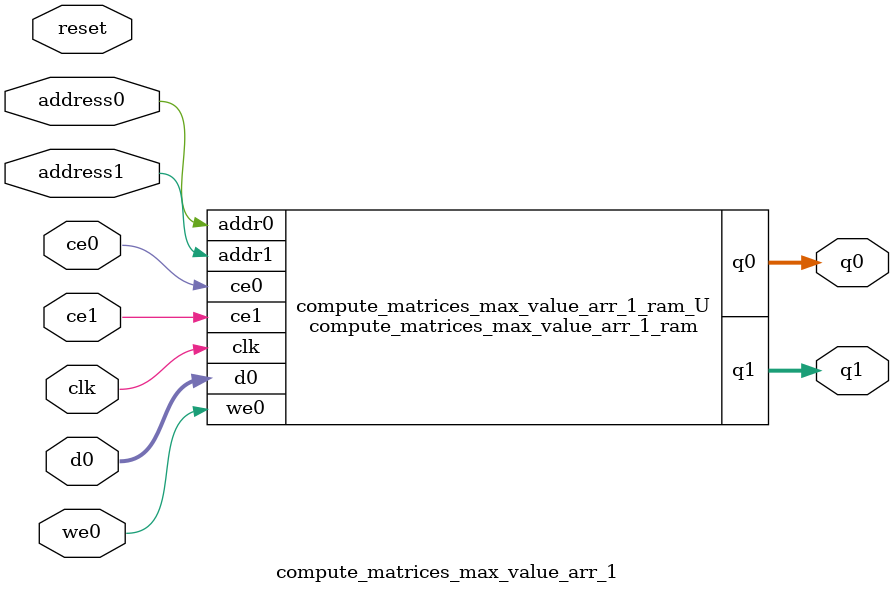
<source format=v>
`timescale 1 ns / 1 ps
module compute_matrices_max_value_arr_1_ram (addr0, ce0, d0, we0, q0, addr1, ce1, q1,  clk);

parameter DWIDTH = 8;
parameter AWIDTH = 1;
parameter MEM_SIZE = 2;

input[AWIDTH-1:0] addr0;
input ce0;
input[DWIDTH-1:0] d0;
input we0;
output reg[DWIDTH-1:0] q0;
input[AWIDTH-1:0] addr1;
input ce1;
output reg[DWIDTH-1:0] q1;
input clk;

(* ram_style = "block" *)reg [DWIDTH-1:0] ram[0:MEM_SIZE-1];




always @(posedge clk)  
begin 
    if (ce0) begin
        if (we0) 
            ram[addr0] <= d0; 
        q0 <= ram[addr0];
    end
end


always @(posedge clk)  
begin 
    if (ce1) begin
        q1 <= ram[addr1];
    end
end


endmodule

`timescale 1 ns / 1 ps
module compute_matrices_max_value_arr_1(
    reset,
    clk,
    address0,
    ce0,
    we0,
    d0,
    q0,
    address1,
    ce1,
    q1);

parameter DataWidth = 32'd8;
parameter AddressRange = 32'd2;
parameter AddressWidth = 32'd1;
input reset;
input clk;
input[AddressWidth - 1:0] address0;
input ce0;
input we0;
input[DataWidth - 1:0] d0;
output[DataWidth - 1:0] q0;
input[AddressWidth - 1:0] address1;
input ce1;
output[DataWidth - 1:0] q1;



compute_matrices_max_value_arr_1_ram compute_matrices_max_value_arr_1_ram_U(
    .clk( clk ),
    .addr0( address0 ),
    .ce0( ce0 ),
    .we0( we0 ),
    .d0( d0 ),
    .q0( q0 ),
    .addr1( address1 ),
    .ce1( ce1 ),
    .q1( q1 ));

endmodule


</source>
